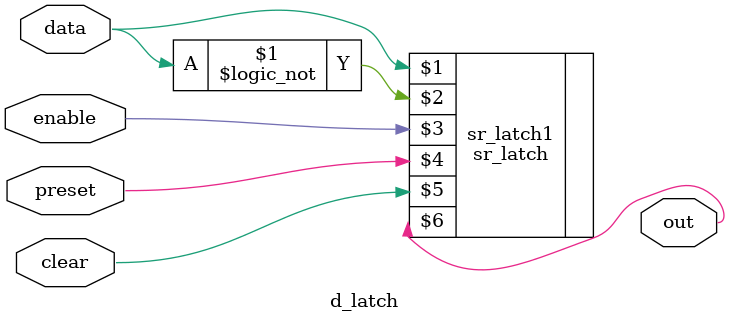
<source format=v>
`include "sr_latch.v"

module d_latch(input data, enable, preset, clear, output out);
	sr_latch sr_latch1(data, !data, enable, preset, clear, out);
endmodule



</source>
